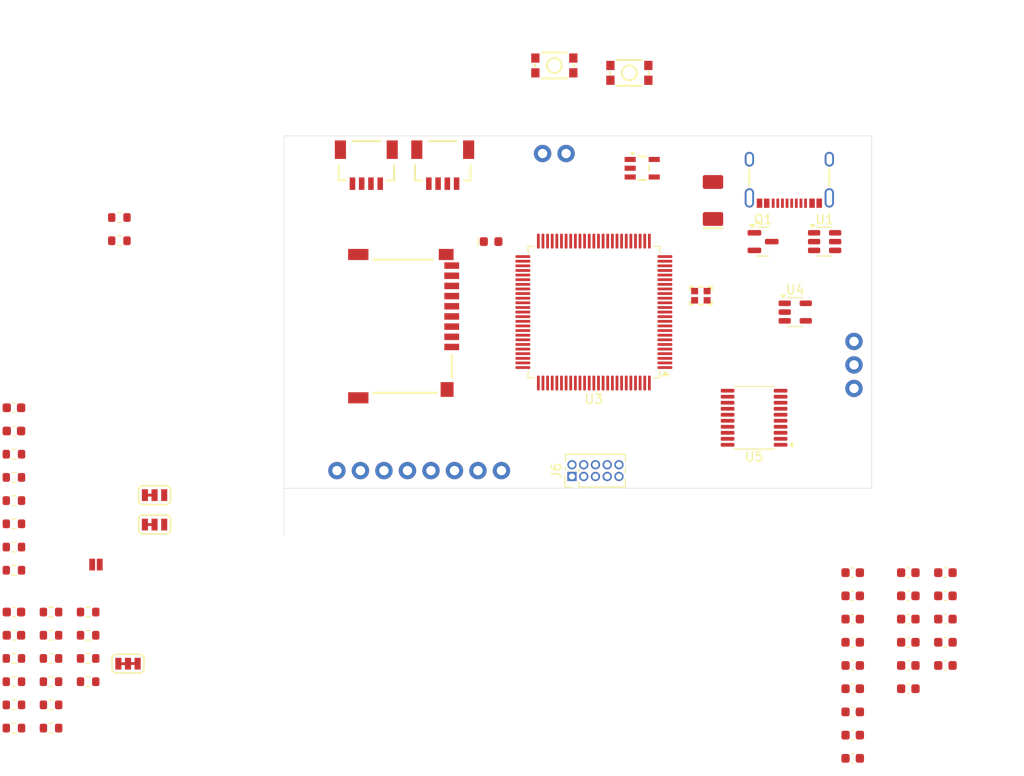
<source format=kicad_pcb>
(kicad_pcb (version 20221018) (generator pcbnew)
  (layers (0 "F.Cu" signal) (31 "B.Cu" signal) (34 "B.Paste" user) (35 "F.Paste" user) (36 "B.SilkS" user "B.Silkscreen") (37 "F.SilkS" user "F.Silkscreen") (38 "B.Mask" user) (39 "F.Mask" user) (44 "Edge.Cuts" user))
  (net 0 "")
  (net 1 "/Audio/SAI1_MCK")
  (net 2 "5V")
  (net 3 "/Audio/SAI1_LRCK")
  (net 4 "/Audio/SAI1_BCK")
  (net 5 "/Audio/SAI1_DO")
  (net 6 "3.3V")
  (net 7 "Net-(U3-PH0)")
  (net 8 "Net-(U3-PH1)")
  (net 9 "Net-(C12-Pad1)")
  (net 10 "Net-(C13-Pad1)")
  (net 11 "Net-(D1-A)")
  (net 12 "Net-(D2-K)")
  (net 13 "Net-(J1-Pin_2)")
  (net 14 "Net-(J2-CC1)")
  (net 16 "Net-(J2-CC2)")
  (net 21 "/CPU/I2C_SCK")
  (net 22 "/CPU/I2C_SDA")
  (net 25 "3.3V_A")
  (net 26 "Net-(U5-VNEG)")
  (net 27 "/CPU/D0")
  (net 28 "/CPU/D1")
  (net 29 "/CPU/D2")
  (net 30 "/CPU/D3")
  (net 31 "Net-(U5-CAPP)")
  (net 32 "Net-(U5-CAPM)")
  (net 33 "Net-(U5-LDOO)")
  (net 34 "Net-(JP1-A)")
  (net 35 "Net-(JP1-B)")
  (net 36 "Net-(JP2-A)")
  (net 37 "Net-(JP2-B)")
  (net 38 "Net-(JP3-A)")
  (net 39 "Net-(JP4-A)")
  (net 40 "Net-(JP4-B)")
  (net 41 "/CPU/SD_D2")
  (net 42 "/CPU/SD_D3")
  (net 43 "Net-(Q1-G)")
  (net 44 "/CPU/VBUS_ENA")
  (net 45 "Net-(U3-BOOT0)")
  (net 46 "/CPU/LED")
  (net 47 "/CPU/BTN_USR")
  (net 48 "/CPU/SD_CMD")
  (net 49 "/CPU/SD_CLK")
  (net 50 "/CPU/SD_D0")
  (net 53 "/CPU/SD_D1")
  (net 54 "/CPU/SD_CD")
  (net 93 "Net-(J3-Pin_2)")
  (net 101 "Net-(U5-OUTL)")
  (net 102 "Net-(U5-OUTR)")
  (net 103 "/Audio/DEMP")
  (net 104 "/Audio/FILTER")
  (net 105 "/Audio/MUTE")
  (net 106 "/CPU/SWDIO")
  (net 107 "/CPU/SWCLK")
  (net 108 "/CPU/SWO")
  (net 109 "/CPU/NRST")
  (net 110 "/Audio/LOUT")
  (net 111 "/Audio/ROUT")
  (net 112 "/CPU/USB_FS_DP")
  (net 113 "/CPU/USB_FS_DM")
  (net 120 "/CPU/TX")
  (net 121 "/CPU/RX")
  (net 122 "GND")
  (footprint "SparkFun-Capacitor:C_0603_1608Metric" (layer "F.Cu") (at 167.995 118.23)
    (fp_text reference "C24")
    (fp_text value "2200pF")
    (pad "1" smd roundrect (at -0.775 0) (size 0.9 0.95) (layers "F.Cu" "F.Paste" "F.Mask") (net 111 "/Audio/ROUT"))
    (pad "2" smd roundrect (at 0.775 0) (size 0.9 0.95) (layers "F.Cu" "F.Paste" "F.Mask") (net 122 "GND"))
  )
  (footprint "SparkFun-Hardware:Standoff" (layer "F.Cu") (at 114.3 118.11)
    (fp_text reference "ST1")
    (fp_text value "Standoff")
    (pad "" np_thru_hole circle (at 0 0) (size 3.302 3.302) (drill 3.302) (layers "F&B.Cu" "*.Mask"))
  )
  (footprint "SparkFun-Capacitor:C_0603_1608Metric" (layer "F.Cu") (at 163.985 115.72)
    (fp_text reference "C17")
    (fp_text value "0.1uF")
    (pad "1" smd roundrect (at -0.775 0) (size 0.9 0.95) (layers "F.Cu" "F.Paste" "F.Mask") (net 122 "GND"))
    (pad "2" smd roundrect (at 0.775 0) (size 0.9 0.95) (layers "F.Cu" "F.Paste" "F.Mask") (net 6 "3.3V"))
  )
  (footprint "SparkFun-Capacitor:C_0603_1608Metric" (layer "F.Cu") (at 167.995 113.21)
    (fp_text reference "C22")
    (fp_text value "0.1uF")
    (pad "1" smd roundrect (at -0.775 0) (size 0.9 0.95) (layers "F.Cu" "F.Paste" "F.Mask") (net 33 "Net-(U5-LDOO)"))
    (pad "2" smd roundrect (at 0.775 0) (size 0.9 0.95) (layers "F.Cu" "F.Paste" "F.Mask") (net 122 "GND"))
  )
  (footprint "Connector_PinHeader_1.27mm:PinHeader_2x05_P1.27mm_Vertical" (layer "F.Cu") (at 127.635 97.79 90)
    (fp_text reference "J6" (at 0.635 -1.695 90) (layer "F.SilkS"))
    (fp_text value "JTAG")
    (pad "1" thru_hole rect (at 0 0 90) (size 1 1) (drill 0.65) (layers "*.Cu" "*.Mask") (net 122 "GND"))
    (pad "2" thru_hole oval (at 1.27 0 90) (size 1 1) (drill 0.65) (layers "*.Cu" "*.Mask") (net 106 "/CPU/SWDIO"))
    (pad "3" thru_hole oval (at 0 1.27 90) (size 1 1) (drill 0.65) (layers "*.Cu" "*.Mask") (net 122 "GND"))
    (pad "4" thru_hole oval (at 1.27 1.27 90) (size 1 1) (drill 0.65) (layers "*.Cu" "*.Mask") (net 107 "/CPU/SWCLK"))
    (pad "5" thru_hole oval (at 0 2.54 90) (size 1 1) (drill 0.65) (layers "*.Cu" "*.Mask") (net 122 "GND"))
    (pad "6" thru_hole oval (at 1.27 2.54 90) (size 1 1) (drill 0.65) (layers "*.Cu" "*.Mask") (net 108 "/CPU/SWO"))
    (pad "7" thru_hole oval (at 0 3.81 90) (size 1 1) (drill 0.65) (layers "*.Cu" "*.Mask"))
    (pad "8" thru_hole oval (at 1.27 3.81 90) (size 1 1) (drill 0.65) (layers "*.Cu" "*.Mask"))
    (pad "9" thru_hole oval (at 0 5.08 90) (size 1 1) (drill 0.65) (layers "*.Cu" "*.Mask") (net 122 "GND"))
    (pad "10" thru_hole oval (at 1.27 5.08 90) (size 1 1) (drill 0.65) (layers "*.Cu" "*.Mask") (net 109 "/CPU/NRST"))
  )
  (footprint "SparkFun-Jumper:Jumper_3_NC-1_Trace" (layer "F.Cu") (at 82.5234 102.9916)
    (fp_text reference "JP2")
    (fp_text value "~")
    (fp_poly (pts (xy -0.7707 -0.15) (xy -0.2707 -0.15) (xy -0.2707 0.15) (xy -0.7707 0.15)) (fill solid) (layer "F.Cu"))
    (pad "1" smd rect (at -1.0414 0) (size 0.6604 1.27) (layers "F.Cu" "F.Mask") (net 36 "Net-(JP2-A)"))
    (pad "2" smd rect (at 0 0) (size 0.6604 1.27) (layers "F.Cu" "F.Mask") (net 16 "Net-(J2-CC2)"))
    (pad "3" smd rect (at 1.0414 0 180) (size 0.6604 1.27) (layers "F.Cu" "F.Mask") (net 37 "Net-(JP2-B)"))
  )
  (footprint "SparkFun-Switch:Push_SMD_4.6x2.8mm" (layer "F.Cu") (at 125.73 53.34)
    (fp_text reference "SW1")
    (fp_text value "SMD_4.6x2.8mm_h1.9mm")
    (pad "1" smd rect (at -2.05 -0.8) (size 0.9 1) (layers "F.Cu" "F.Paste" "F.Mask") (net 47 "/CPU/BTN_USR"))
    (pad "1" smd rect (at 2.05 -0.8) (size 0.9 1) (layers "F.Cu" "F.Paste" "F.Mask") (net 47 "/CPU/BTN_USR"))
    (pad "2" smd rect (at -2.05 0.8) (size 0.9 1) (layers "F.Cu" "F.Paste" "F.Mask") (net 122 "GND"))
    (pad "2" smd rect (at 2.05 0.8) (size 0.9 1) (layers "F.Cu" "F.Paste" "F.Mask") (net 122 "GND"))
  )
  (footprint "SparkFun-Capacitor:C_0603_1608Metric" (layer "F.Cu") (at 157.975 120.74)
    (fp_text reference "C8")
    (fp_text value "0.1uF")
    (pad "1" smd roundrect (at -0.775 0) (size 0.9 0.95) (layers "F.Cu" "F.Paste" "F.Mask") (net 6 "3.3V"))
    (pad "2" smd roundrect (at 0.775 0) (size 0.9 0.95) (layers "F.Cu" "F.Paste" "F.Mask") (net 122 "GND"))
  )
  (footprint "SparkFun-Capacitor:C_0603_1608Metric" (layer "F.Cu") (at 157.975 125.76)
    (fp_text reference "C10")
    (fp_text value "20pF")
    (pad "1" smd roundrect (at -0.775 0) (size 0.9 0.95) (layers "F.Cu" "F.Paste" "F.Mask") (net 122 "GND"))
    (pad "2" smd roundrect (at 0.775 0) (size 0.9 0.95) (layers "F.Cu" "F.Paste" "F.Mask") (net 7 "Net-(U3-PH0)"))
  )
  (footprint "SparkFun-Resistor:R_0603_1608Metric" (layer "F.Cu") (at 75.345 114.96)
    (fp_text reference "R18")
    (fp_text value "100k")
    (pad "1" smd roundrect (at -0.825 0) (size 0.8 0.95) (layers "F.Cu" "F.Paste" "F.Mask") (net 6 "3.3V"))
    (pad "2" smd roundrect (at 0.825 0) (size 0.8 0.95) (layers "F.Cu" "F.Paste" "F.Mask") (net 106 "/CPU/SWDIO"))
  )
  (footprint "SparkFun-Capacitor:C_0603_1608Metric" (layer "F.Cu") (at 163.985 108.19)
    (fp_text reference "C14")
    (fp_text value "0.1uF")
    (pad "1" smd roundrect (at -0.775 0) (size 0.9 0.95) (layers "F.Cu" "F.Paste" "F.Mask") (net 2 "5V"))
    (pad "2" smd roundrect (at 0.775 0) (size 0.9 0.95) (layers "F.Cu" "F.Paste" "F.Mask") (net 122 "GND"))
  )
  (footprint "SparkFun-Capacitor:C_0603_1608Metric" (layer "F.Cu") (at 67.325 114.96)
    (fp_text reference "C13")
    (fp_text value "2.2uF")
    (pad "1" smd roundrect (at -0.775 0) (size 0.9 0.95) (layers "F.Cu" "F.Paste" "F.Mask") (net 10 "Net-(C13-Pad1)"))
    (pad "2" smd roundrect (at 0.775 0) (size 0.9 0.95) (layers "F.Cu" "F.Paste" "F.Mask") (net 122 "GND"))
  )
  (footprint "SparkFun-Jumper:Jumper_3_NC-1_Trace" (layer "F.Cu") (at 82.5234 99.8072)
    (fp_text reference "JP1")
    (fp_text value "~")
    (fp_poly (pts (xy -0.7707 -0.15) (xy -0.2707 -0.15) (xy -0.2707 0.15) (xy -0.7707 0.15)) (fill solid) (layer "F.Cu"))
    (pad "1" smd rect (at -1.0414 0) (size 0.6604 1.27) (layers "F.Cu" "F.Mask") (net 34 "Net-(JP1-A)"))
    (pad "2" smd rect (at 0 0) (size 0.6604 1.27) (layers "F.Cu" "F.Mask") (net 14 "Net-(J2-CC1)"))
    (pad "3" smd rect (at 1.0414 0 180) (size 0.6604 1.27) (layers "F.Cu" "F.Mask") (net 35 "Net-(JP1-B)"))
  )
  (footprint "SparkFun-Connector:1x02" (layer "F.Cu") (at 124.46 62.865)
    (fp_text reference "J1")
    (fp_text value "Conn_01x02")
    (pad "1" thru_hole circle (at 0 0 90) (size 1.8796 1.8796) (drill 1.016) (layers "*.Cu" "*.Mask") (net 122 "GND"))
    (pad "2" thru_hole circle (at 2.54 0 90) (size 1.8796 1.8796) (drill 1.016) (layers "*.Cu" "*.Mask") (net 13 "Net-(J1-Pin_2)"))
  )
  (footprint "SparkFun-Resistor:R_0603_1608Metric" (layer "F.Cu") (at 67.325 119.98)
    (fp_text reference "R9")
    (fp_text value "10k")
    (pad "1" smd roundrect (at -0.825 0) (size 0.8 0.95) (layers "F.Cu" "F.Paste" "F.Mask") (net 6 "3.3V"))
    (pad "2" smd roundrect (at 0.825 0) (size 0.8 0.95) (layers "F.Cu" "F.Paste" "F.Mask") (net 48 "/CPU/SD_CMD"))
  )
  (footprint "SparkFun-Connector:1x08" (layer "F.Cu") (at 102.235 97.155)
    (fp_text reference "J7")
    (fp_text value "Conn_01x08")
    (pad "1" thru_hole circle (at 0 0 90) (size 1.8796 1.8796) (drill 1.016) (layers "*.Cu" "*.Mask") (net 27 "/CPU/D0"))
    (pad "2" thru_hole circle (at 2.54 0 90) (size 1.8796 1.8796) (drill 1.016) (layers "*.Cu" "*.Mask") (net 28 "/CPU/D1"))
    (pad "3" thru_hole circle (at 5.08 0 90) (size 1.8796 1.8796) (drill 1.016) (layers "*.Cu" "*.Mask") (net 29 "/CPU/D2"))
    (pad "4" thru_hole circle (at 7.62 0 90) (size 1.8796 1.8796) (drill 1.016) (layers "*.Cu" "*.Mask") (net 30 "/CPU/D3"))
    (pad "5" thru_hole circle (at 10.16 0 90) (size 1.8796 1.8796) (drill 1.016) (layers "*.Cu" "*.Mask") (net 122 "GND"))
    (pad "6" thru_hole circle (at 12.7 0 90) (size 1.8796 1.8796) (drill 1.016) (layers "*.Cu" "*.Mask") (net 121 "/CPU/RX"))
    (pad "7" thru_hole circle (at 15.24 0 90) (size 1.8796 1.8796) (drill 1.016) (layers "*.Cu" "*.Mask") (net 120 "/CPU/TX"))
    (pad "8" thru_hole circle (at 17.78 0 90) (size 1.8796 1.8796) (drill 1.016) (layers "*.Cu" "*.Mask") (net 122 "GND"))
  )
  (footprint "SparkFun-Resistor:R_0603_1608Metric" (layer "F.Cu") (at 75.345 117.47)
    (fp_text reference "R19")
    (fp_text value "10k")
    (pad "1" smd roundrect (at -0.825 0) (size 0.8 0.95) (layers "F.Cu" "F.Paste" "F.Mask") (net 6 "3.3V"))
    (pad "2" smd roundrect (at 0.825 0) (size 0.8 0.95) (layers "F.Cu" "F.Paste" "F.Mask") (net 121 "/CPU/RX"))
  )
  (footprint "SparkFun-Resistor:R_0603_1608Metric" (layer "F.Cu") (at 67.325 125)
    (fp_text reference "R12")
    (fp_text value "100k")
    (pad "1" smd roundrect (at -0.825 0) (size 0.8 0.95) (layers "F.Cu" "F.Paste" "F.Mask") (net 6 "3.3V"))
    (pad "2" smd roundrect (at 0.825 0) (size 0.8 0.95) (layers "F.Cu" "F.Paste" "F.Mask") (net 53 "/CPU/SD_D1"))
  )
  (footprint "SparkFun-Connector:microSD_External_Pin" (layer "F.Cu") (at 104.14 81.534 -90)
    (fp_text reference "J5")
    (fp_text value "microSD")
    (pad "" np_thru_hole circle (at -4.95 0 270) (size 1 1) (drill 1) (layers "*.Cu" "*.Mask"))
    (pad "" np_thru_hole circle (at 3.05 0 270) (size 1 1) (drill 1) (layers "*.Cu" "*.Mask"))
    (pad "1" smd rect (at 2.25 -10.5) (size 1.6 0.7) (layers "F.Cu" "F.Paste" "F.Mask") (net 41 "/CPU/SD_D2"))
    (pad "2" smd rect (at 1.15 -10.5) (size 1.6 0.7) (layers "F.Cu" "F.Paste" "F.Mask") (net 42 "/CPU/SD_D3"))
    (pad "3" smd rect (at 0.05 -10.5) (size 1.6 0.7) (layers "F.Cu" "F.Paste" "F.Mask") (net 48 "/CPU/SD_CMD"))
    (pad "4" smd rect (at -1.05 -10.5) (size 1.6 0.7) (layers "F.Cu" "F.Paste" "F.Mask") (net 6 "3.3V"))
    (pad "5" smd rect (at -2.15 -10.5) (size 1.6 0.7) (layers "F.Cu" "F.Paste" "F.Mask") (net 49 "/CPU/SD_CLK"))
    (pad "6" smd rect (at -3.25 -10.5) (size 1.6 0.7) (layers "F.Cu" "F.Paste" "F.Mask") (net 122 "GND"))
    (pad "7" smd rect (at -4.35 -10.5) (size 1.6 0.7) (layers "F.Cu" "F.Paste" "F.Mask") (net 50 "/CPU/SD_D0"))
    (pad "8" smd rect (at -5.45 -10.5) (size 1.6 0.7) (layers "F.Cu" "F.Paste" "F.Mask") (net 53 "/CPU/SD_D1"))
    (pad "9" smd rect (at -6.55 -10.5) (size 1.6 0.7) (layers "F.Cu" "F.Paste" "F.Mask") (net 54 "/CPU/SD_CD"))
    (pad "10" smd rect (at -7.75 -9.9 270) (size 1.2 1.6) (layers "F.Cu" "F.Paste" "F.Mask") (net 122 "GND"))
    (pad "11" smd rect (at -7.75 -0.4 270) (size 1.2 2.2) (layers "F.Cu" "F.Paste" "F.Mask"))
    (pad "12" smd rect (at 7.75 -0.4 270) (size 1.2 2.2) (layers "F.Cu" "F.Paste" "F.Mask"))
    (pad "13" smd rect (at 6.85 -10 270) (size 1.6 1.4) (layers "F.Cu" "F.Paste" "F.Mask"))
  )
  (footprint "SparkFun-Resistor:R_0603_1608Metric" (layer "F.Cu") (at 71.335 125)
    (fp_text reference "R16")
    (fp_text value "100k")
    (pad "1" smd roundrect (at -0.825 0) (size 0.8 0.95) (layers "F.Cu" "F.Paste" "F.Mask") (net 6 "3.3V"))
    (pad "2" smd roundrect (at 0.825 0) (size 0.8 0.95) (layers "F.Cu" "F.Paste" "F.Mask") (net 109 "/CPU/NRST"))
  )
  (footprint "SparkFun-Resistor:R_0603_1608Metric" (layer "F.Cu") (at 67.325 107.93)
    (fp_text reference "R6")
    (fp_text value "1M")
    (pad "1" smd roundrect (at -0.825 0) (size 0.8 0.95) (layers "F.Cu" "F.Paste" "F.Mask") (net 43 "Net-(Q1-G)"))
    (pad "2" smd roundrect (at 0.825 0) (size 0.8 0.95) (layers "F.Cu" "F.Paste" "F.Mask") (net 122 "GND"))
  )
  (footprint "SparkFun-Connector:1x03" (layer "F.Cu") (at 158.115 88.265 90)
    (fp_text reference "J8")
    (fp_text value "Conn_01x03")
    (pad "1" thru_hole circle (at 0 0 180) (size 1.8796 1.8796) (drill 1.016) (layers "*.Cu" "*.Mask") (net 110 "/Audio/LOUT"))
    (pad "2" thru_hole circle (at 2.54 0 180) (size 1.8796 1.8796) (drill 1.016) (layers "*.Cu" "*.Mask") (net 122 "GND"))
    (pad "3" thru_hole circle (at 5.08 0 180) (size 1.8796 1.8796) (drill 1.016) (layers "*.Cu" "*.Mask") (net 111 "/Audio/ROUT"))
  )
  (footprint "SparkFun-Resistor:R_0603_1608Metric" (layer "F.Cu") (at 71.335 114.96)
    (fp_text reference "R13")
    (fp_text value "100k")
    (pad "1" smd roundrect (at -0.825 0) (size 0.8 0.95) (layers "F.Cu" "F.Paste" "F.Mask") (net 6 "3.3V"))
    (pad "2" smd roundrect (at 0.825 0) (size 0.8 0.95) (layers "F.Cu" "F.Paste" "F.Mask") (net 41 "/CPU/SD_D2"))
  )
  (footprint "SparkFun-LED:LED_0603_1608Metric" (layer "F.Cu") (at 118.8975 72.39)
    (fp_text reference "D2")
    (fp_text value "Blue")
    (pad "1" smd roundrect (at -0.7875 0) (size 0.875 0.95) (layers "F.Cu" "F.Paste" "F.Mask") (net 12 "Net-(D2-K)"))
    (pad "2" smd roundrect (at 0.7875 0) (size 0.875 0.95) (layers "F.Cu" "F.Paste" "F.Mask") (net 6 "3.3V"))
  )
  (footprint "SparkFun-Resistor:R_0603_1608Metric" (layer "F.Cu") (at 67.325 117.47)
    (fp_text reference "R7")
    (fp_text value "10k")
    (pad "1" smd roundrect (at -0.825 0) (size 0.8 0.95) (layers "F.Cu" "F.Paste" "F.Mask") (net 45 "Net-(U3-BOOT0)"))
    (pad "2" smd roundrect (at 0.825 0) (size 0.8 0.95) (layers "F.Cu" "F.Paste" "F.Mask") (net 122 "GND"))
  )
  (footprint "SparkFun-Capacitor:C_0603_1608Metric" (layer "F.Cu") (at 163.985 113.21)
    (fp_text reference "C16")
    (fp_text value "0.1uF")
    (pad "1" smd roundrect (at -0.775 0) (size 0.9 0.95) (layers "F.Cu" "F.Paste" "F.Mask") (net 122 "GND"))
    (pad "2" smd roundrect (at 0.775 0) (size 0.9 0.95) (layers "F.Cu" "F.Paste" "F.Mask") (net 6 "3.3V"))
  )
  (footprint "SparkFun-Capacitor:C_0603_1608Metric" (layer "F.Cu") (at 157.975 108.19)
    (fp_text reference "C3")
    (fp_text value "4.7uF")
    (pad "1" smd roundrect (at -0.775 0) (size 0.9 0.95) (layers "F.Cu" "F.Paste" "F.Mask") (net 6 "3.3V"))
    (pad "2" smd roundrect (at 0.775 0) (size 0.9 0.95) (layers "F.Cu" "F.Paste" "F.Mask") (net 122 "GND"))
  )
  (footprint "Package_SO:TSSOP-20_4.4x6.5mm_P0.65mm" (layer "F.Cu") (at 147.32 91.44 180)
    (fp_text reference "U5" (at 0 -4.2) (layer "F.SilkS"))
    (fp_text value "PCM5100")
    (pad "1" smd roundrect (at -2.8625 -2.925 180) (size 1.475 0.4) (layers "F.Cu" "F.Paste" "F.Mask") (net 6 "3.3V"))
    (pad "2" smd roundrect (at -2.8625 -2.275 180) (size 1.475 0.4) (layers "F.Cu" "F.Paste" "F.Mask") (net 31 "Net-(U5-CAPP)"))
    (pad "3" smd roundrect (at -2.8625 -1.625 180) (size 1.475 0.4) (layers "F.Cu" "F.Paste" "F.Mask") (net 122 "GND"))
    (pad "4" smd roundrect (at -2.8625 -0.975 180) (size 1.475 0.4) (layers "F.Cu" "F.Paste" "F.Mask") (net 32 "Net-(U5-CAPM)"))
    (pad "5" smd roundrect (at -2.8625 -0.325 180) (size 1.475 0.4) (layers "F.Cu" "F.Paste" "F.Mask") (net 26 "Net-(U5-VNEG)"))
    (pad "6" smd roundrect (at -2.8625 0.325 180) (size 1.475 0.4) (layers "F.Cu" "F.Paste" "F.Mask") (net 101 "Net-(U5-OUTL)"))
    (pad "7" smd roundrect (at -2.8625 0.975 180) (size 1.475 0.4) (layers "F.Cu" "F.Paste" "F.Mask") (net 102 "Net-(U5-OUTR)"))
    (pad "8" smd roundrect (at -2.8625 1.625 180) (size 1.475 0.4) (layers "F.Cu" "F.Paste" "F.Mask") (net 25 "3.3V_A"))
    (pad "9" smd roundrect (at -2.8625 2.275 180) (size 1.475 0.4) (layers "F.Cu" "F.Paste" "F.Mask") (net 122 "GND"))
    (pad "10" smd roundrect (at -2.8625 2.925 180) (size 1.475 0.4) (layers "F.Cu" "F.Paste" "F.Mask") (net 103 "/Audio/DEMP"))
    (pad "11" smd roundrect (at 2.8625 2.925 180) (size 1.475 0.4) (layers "F.Cu" "F.Paste" "F.Mask") (net 104 "/Audio/FILTER"))
    (pad "12" smd roundrect (at 2.8625 2.275 180) (size 1.475 0.4) (layers "F.Cu" "F.Paste" "F.Mask") (net 1 "/Audio/SAI1_MCK"))
    (pad "13" smd roundrect (at 2.8625 1.625 180) (size 1.475 0.4) (layers "F.Cu" "F.Paste" "F.Mask") (net 4 "/Audio/SAI1_BCK"))
    (pad "14" smd roundrect (at 2.8625 0.975 180) (size 1.475 0.4) (layers "F.Cu" "F.Paste" "F.Mask") (net 5 "/Audio/SAI1_DO"))
    (pad "15" smd roundrect (at 2.8625 0.325 180) (size 1.475 0.4) (layers "F.Cu" "F.Paste" "F.Mask") (net 3 "/Audio/SAI1_LRCK"))
    (pad "16" smd roundrect (at 2.8625 -0.325 180) (size 1.475 0.4) (layers "F.Cu" "F.Paste" "F.Mask") (net 122 "GND"))
    (pad "17" smd roundrect (at 2.8625 -0.975 180) (size 1.475 0.4) (layers "F.Cu" "F.Paste" "F.Mask") (net 105 "/Audio/MUTE"))
    (pad "18" smd roundrect (at 2.8625 -1.625 180) (size 1.475 0.4) (layers "F.Cu" "F.Paste" "F.Mask") (net 33 "Net-(U5-LDOO)"))
    (pad "19" smd roundrect (at 2.8625 -2.275 180) (size 1.475 0.4) (layers "F.Cu" "F.Paste" "F.Mask") (net 122 "GND"))
    (pad "20" smd roundrect (at 2.8625 -2.925 180) (size 1.475 0.4) (layers "F.Cu" "F.Paste" "F.Mask") (net 6 "3.3V"))
  )
  (footprint "SparkFun-Resistor:R_0603_1608Metric" (layer "F.Cu") (at 78.72 69.786)
    (fp_text reference "R21")
    (fp_text value "10k")
    (pad "1" smd roundrect (at -0.825 0) (size 0.8 0.95) (layers "F.Cu" "F.Paste" "F.Mask") (net 101 "Net-(U5-OUTL)"))
    (pad "2" smd roundrect (at 0.825 0) (size 0.8 0.95) (layers "F.Cu" "F.Paste" "F.Mask") (net 110 "/Audio/LOUT"))
  )
  (footprint "SparkFun-Capacitor:C_0603_1608Metric" (layer "F.Cu") (at 157.975 118.23)
    (fp_text reference "C7")
    (fp_text value "0.1uF")
    (pad "1" smd roundrect (at -0.775 0) (size 0.9 0.95) (layers "F.Cu" "F.Paste" "F.Mask") (net 6 "3.3V"))
    (pad "2" smd roundrect (at 0.775 0) (size 0.9 0.95) (layers "F.Cu" "F.Paste" "F.Mask") (net 122 "GND"))
  )
  (footprint "SparkFun-Resistor:R_0603_1608Metric" (layer "F.Cu") (at 67.325 122.49)
    (fp_text reference "R10")
    (fp_text value "100k")
    (pad "1" smd roundrect (at -0.825 0) (size 0.8 0.95) (layers "F.Cu" "F.Paste" "F.Mask") (net 6 "3.3V"))
    (pad "2" smd roundrect (at 0.825 0) (size 0.8 0.95) (layers "F.Cu" "F.Paste" "F.Mask") (net 50 "/CPU/SD_D0"))
  )
  (footprint "SparkFun-Capacitor:C_0603_1608Metric" (layer "F.Cu") (at 157.975 123.25)
    (fp_text reference "C9")
    (fp_text value "0.1uF")
    (pad "1" smd roundrect (at -0.775 0) (size 0.9 0.95) (layers "F.Cu" "F.Paste" "F.Mask") (net 6 "3.3V"))
    (pad "2" smd roundrect (at 0.775 0) (size 0.9 0.95) (layers "F.Cu" "F.Paste" "F.Mask") (net 122 "GND"))
  )
  (footprint "Package_QFP:LQFP-100_14x14mm_P0.5mm" (layer "F.Cu") (at 130 80.01 180)
    (fp_text reference "U3" (at 0 -9.42) (layer "F.SilkS"))
    (fp_text value "STM32H750VBTx")
    (pad "1" smd roundrect (at -7.675 -6 180) (size 1.6 0.3) (layers "F.Cu" "F.Paste" "F.Mask") (net 1 "/Audio/SAI1_MCK"))
    (pad "2" smd roundrect (at -7.675 -5.5 180) (size 1.6 0.3) (layers "F.Cu" "F.Paste" "F.Mask"))
    (pad "3" smd roundrect (at -7.675 -5 180) (size 1.6 0.3) (layers "F.Cu" "F.Paste" "F.Mask") (net 3 "/Audio/SAI1_LRCK"))
    (pad "4" smd roundrect (at -7.675 -4.5 180) (size 1.6 0.3) (layers "F.Cu" "F.Paste" "F.Mask") (net 4 "/Audio/SAI1_BCK"))
    (pad "5" smd roundrect (at -7.675 -4 180) (size 1.6 0.3) (layers "F.Cu" "F.Paste" "F.Mask") (net 5 "/Audio/SAI1_DO"))
    (pad "6" smd roundrect (at -7.675 -3.5 180) (size 1.6 0.3) (layers "F.Cu" "F.Paste" "F.Mask") (net 6 "3.3V"))
    (pad "7" smd roundrect (at -7.675 -3 180) (size 1.6 0.3) (layers "F.Cu" "F.Paste" "F.Mask"))
    (pad "8" smd roundrect (at -7.675 -2.5 180) (size 1.6 0.3) (layers "F.Cu" "F.Paste" "F.Mask"))
    (pad "9" smd roundrect (at -7.675 -2 180) (size 1.6 0.3) (layers "F.Cu" "F.Paste" "F.Mask"))
    (pad "10" smd roundrect (at -7.675 -1.5 180) (size 1.6 0.3) (layers "F.Cu" "F.Paste" "F.Mask") (net 122 "GND"))
    (pad "11" smd roundrect (at -7.675 -1 180) (size 1.6 0.3) (layers "F.Cu" "F.Paste" "F.Mask") (net 6 "3.3V"))
    (pad "12" smd roundrect (at -7.675 -0.5 180) (size 1.6 0.3) (layers "F.Cu" "F.Paste" "F.Mask") (net 7 "Net-(U3-PH0)"))
    (pad "13" smd roundrect (at -7.675 0 180) (size 1.6 0.3) (layers "F.Cu" "F.Paste" "F.Mask") (net 8 "Net-(U3-PH1)"))
    (pad "14" smd roundrect (at -7.675 0.5 180) (size 1.6 0.3) (layers "F.Cu" "F.Paste" "F.Mask") (net 109 "/CPU/NRST"))
    (pad "15" smd roundrect (at -7.675 1 180) (size 1.6 0.3) (layers "F.Cu" "F.Paste" "F.Mask"))
    (pad "16" smd roundrect (at -7.675 1.5 180) (size 1.6 0.3) (layers "F.Cu" "F.Paste" "F.Mask"))
    (pad "17" smd roundrect (at -7.675 2 180) (size 1.6 0.3) (layers "F.Cu" "F.Paste" "F.Mask"))
    (pad "18" smd roundrect (at -7.675 2.5 180) (size 1.6 0.3) (layers "F.Cu" "F.Paste" "F.Mask"))
    (pad "19" smd roundrect (at -7.675 3 180) (size 1.6 0.3) (layers "F.Cu" "F.Paste" "F.Mask") (net 122 "GND"))
    (pad "20" smd roundrect (at -7.675 3.5 180) (size 1.6 0.3) (layers "F.Cu" "F.Paste" "F.Mask"))
    (pad "21" smd roundrect (at -7.675 4 180) (size 1.6 0.3) (layers "F.Cu" "F.Paste" "F.Mask") (net 6 "3.3V"))
    (pad "22" smd roundrect (at -7.675 4.5 180) (size 1.6 0.3) (layers "F.Cu" "F.Paste" "F.Mask") (net 104 "/Audio/FILTER"))
    (pad "23" smd roundrect (at -7.675 5 180) (size 1.6 0.3) (layers "F.Cu" "F.Paste" "F.Mask") (net 103 "/Audio/DEMP"))
    (pad "24" smd roundrect (at -7.675 5.5 180) (size 1.6 0.3) (layers "F.Cu" "F.Paste" "F.Mask") (net 105 "/Audio/MUTE"))
    (pad "25" smd roundrect (at -7.675 6 180) (size 1.6 0.3) (layers "F.Cu" "F.Paste" "F.Mask"))
    (pad "26" smd roundrect (at -6 7.675 180) (size 0.3 1.6) (layers "F.Cu" "F.Paste" "F.Mask") (net 122 "GND"))
    (pad "27" smd roundrect (at -5.5 7.675 180) (size 0.3 1.6) (layers "F.Cu" "F.Paste" "F.Mask") (net 6 "3.3V"))
    (pad "28" smd roundrect (at -5 7.675 180) (size 0.3 1.6) (layers "F.Cu" "F.Paste" "F.Mask") (net 27 "/CPU/D0"))
    (pad "29" smd roundrect (at -4.5 7.675 180) (size 0.3 1.6) (layers "F.Cu" "F.Paste" "F.Mask") (net 28 "/CPU/D1"))
    (pad "30" smd roundrect (at -4 7.675 180) (size 0.3 1.6) (layers "F.Cu" "F.Paste" "F.Mask") (net 29 "/CPU/D2"))
    (pad "31" smd roundrect (at -3.5 7.675 180) (size 0.3 1.6) (layers "F.Cu" "F.Paste" "F.Mask") (net 30 "/CPU/D3"))
    (pad "32" smd roundrect (at -3 7.675 180) (size 0.3 1.6) (layers "F.Cu" "F.Paste" "F.Mask"))
    (pad "33" smd roundrect (at -2.5 7.675 180) (size 0.3 1.6) (layers "F.Cu" "F.Paste" "F.Mask"))
    (pad "34" smd roundrect (at -2 7.675 180) (size 0.3 1.6) (layers "F.Cu" "F.Paste" "F.Mask"))
    (pad "35" smd roundrect (at -1.5 7.675 180) (size 0.3 1.6) (layers "F.Cu" "F.Paste" "F.Mask"))
    (pad "36" smd roundrect (at -1 7.675 180) (size 0.3 1.6) (layers "F.Cu" "F.Paste" "F.Mask"))
    (pad "37" smd roundrect (at -0.5 7.675 180) (size 0.3 1.6) (layers "F.Cu" "F.Paste" "F.Mask"))
    (pad "38" smd roundrect (at 0 7.675 180) (size 0.3 1.6) (layers "F.Cu" "F.Paste" "F.Mask"))
    (pad "39" smd roundrect (at 0.5 7.675 180) (size 0.3 1.6) (layers "F.Cu" "F.Paste" "F.Mask"))
    (pad "40" smd roundrect (at 1 7.675 180) (size 0.3 1.6) (layers "F.Cu" "F.Paste" "F.Mask") (net 46 "/CPU/LED"))
    (pad "41" smd roundrect (at 1.5 7.675 180) (size 0.3 1.6) (layers "F.Cu" "F.Paste" "F.Mask") (net 47 "/CPU/BTN_USR"))
    (pad "42" smd roundrect (at 2 7.675 180) (size 0.3 1.6) (layers "F.Cu" "F.Paste" "F.Mask"))
    (pad "43" smd roundrect (at 2.5 7.675 180) (size 0.3 1.6) (layers "F.Cu" "F.Paste" "F.Mask"))
    (pad "44" smd roundrect (at 3 7.675 180) (size 0.3 1.6) (layers "F.Cu" "F.Paste" "F.Mask"))
    (pad "45" smd roundrect (at 3.5 7.675 180) (size 0.3 1.6) (layers "F.Cu" "F.Paste" "F.Mask"))
    (pad "46" smd roundrect (at 4 7.675 180) (size 0.3 1.6) (layers "F.Cu" "F.Paste" "F.Mask"))
    (pad "47" smd roundrect (at 4.5 7.675 180) (size 0.3 1.6) (layers "F.Cu" "F.Paste" "F.Mask"))
    (pad "48" smd roundrect (at 5 7.675 180) (size 0.3 1.6) (layers "F.Cu" "F.Paste" "F.Mask") (net 9 "Net-(C12-Pad1)"))
    (pad "49" smd roundrect (at 5.5 7.675 180) (size 0.3 1.6) (layers "F.Cu" "F.Paste" "F.Mask") (net 122 "GND"))
    (pad "50" smd roundrect (at 6 7.675 180) (size 0.3 1.6) (layers "F.Cu" "F.Paste" "F.Mask") (net 6 "3.3V"))
    (pad "51" smd roundrect (at 7.675 6 180) (size 1.6 0.3) (layers "F.Cu" "F.Paste" "F.Mask"))
    (pad "52" smd roundrect (at 7.675 5.5 180) (size 1.6 0.3) (layers "F.Cu" "F.Paste" "F.Mask"))
    (pad "53" smd roundrect (at 7.675 5 180) (size 1.6 0.3) (layers "F.Cu" "F.Paste" "F.Mask"))
    (pad "54" smd roundrect (at 7.675 4.5 180) (size 1.6 0.3) (layers "F.Cu" "F.Paste" "F.Mask"))
    (pad "55" smd roundrect (at 7.675 4 180) (size 1.6 0.3) (layers "F.Cu" "F.Paste" "F.Mask"))
    (pad "56" smd roundrect (at 7.675 3.5 180) (size 1.6 0.3) (layers "F.Cu" "F.Paste" "F.Mask"))
    (pad "57" smd roundrect (at 7.675 3 180) (size 1.6 0.3) (layers "F.Cu" "F.Paste" "F.Mask"))
    (pad "58" smd roundrect (at 7.675 2.5 180) (size 1.6 0.3) (layers "F.Cu" "F.Paste" "F.Mask"))
    (pad "59" smd roundrect (at 7.675 2 180) (size 1.6 0.3) (layers "F.Cu" "F.Paste" "F.Mask"))
    (pad "60" smd roundrect (at 7.675 1.5 180) (size 1.6 0.3) (layers "F.Cu" "F.Paste" "F.Mask"))
    (pad "61" smd roundrect (at 7.675 1 180) (size 1.6 0.3) (layers "F.Cu" "F.Paste" "F.Mask"))
    (pad "62" smd roundrect (at 7.675 0.5 180) (size 1.6 0.3) (layers "F.Cu" "F.Paste" "F.Mask"))
    (pad "63" smd roundrect (at 7.675 0 180) (size 1.6 0.3) (layers "F.Cu" "F.Paste" "F.Mask"))
    (pad "64" smd roundrect (at 7.675 -0.5 180) (size 1.6 0.3) (layers "F.Cu" "F.Paste" "F.Mask"))
    (pad "65" smd roundrect (at 7.675 -1 180) (size 1.6 0.3) (layers "F.Cu" "F.Paste" "F.Mask") (net 50 "/CPU/SD_D0"))
    (pad "66" smd roundrect (at 7.675 -1.5 180) (size 1.6 0.3) (layers "F.Cu" "F.Paste" "F.Mask") (net 53 "/CPU/SD_D1"))
    (pad "67" smd roundrect (at 7.675 -2 180) (size 1.6 0.3) (layers "F.Cu" "F.Paste" "F.Mask") (net 44 "/CPU/VBUS_ENA"))
    (pad "68" smd roundrect (at 7.675 -2.5 180) (size 1.6 0.3) (layers "F.Cu" "F.Paste" "F.Mask") (net 120 "/CPU/TX"))
    (pad "69" smd roundrect (at 7.675 -3 180) (size 1.6 0.3) (layers "F.Cu" "F.Paste" "F.Mask") (net 121 "/CPU/RX"))
    (pad "70" smd roundrect (at 7.675 -3.5 180) (size 1.6 0.3) (layers "F.Cu" "F.Paste" "F.Mask") (net 113 "/CPU/USB_FS_DM"))
    (pad "71" smd roundrect (at 7.675 -4 180) (size 1.6 0.3) (layers "F.Cu" "F.Paste" "F.Mask") (net 112 "/CPU/USB_FS_DP"))
    (pad "72" smd roundrect (at 7.675 -4.5 180) (size 1.6 0.3) (layers "F.Cu" "F.Paste" "F.Mask") (net 106 "/CPU/SWDIO"))
    (pad "73" smd roundrect (at 7.675 -5 180) (size 1.6 0.3) (layers "F.Cu" "F.Paste" "F.Mask") (net 10 "Net-(C13-Pad1)"))
    (pad "74" smd roundrect (at 7.675 -5.5 180) (size 1.6 0.3) (layers "F.Cu" "F.Paste" "F.Mask") (net 122 "GND"))
    (pad "75" smd roundrect (at 7.675 -6 180) (size 1.6 0.3) (layers "F.Cu" "F.Paste" "F.Mask") (net 6 "3.3V"))
    (pad "76" smd roundrect (at 6 -7.675 180) (size 0.3 1.6) (layers "F.Cu" "F.Paste" "F.Mask") (net 107 "/CPU/SWCLK"))
    (pad "77" smd roundrect (at 5.5 -7.675 180) (size 0.3 1.6) (layers "F.Cu" "F.Paste" "F.Mask"))
    (pad "78" smd roundrect (at 5 -7.675 180) (size 0.3 1.6) (layers "F.Cu" "F.Paste" "F.Mask") (net 41 "/CPU/SD_D2"))
    (pad "79" smd roundrect (at 4.5 -7.675 180) (size 0.3 1.6) (layers "F.Cu" "F.Paste" "F.Mask") (net 42 "/CPU/SD_D3"))
    (pad "80" smd roundrect (at 4 -7.675 180) (size 0.3 1.6) (layers "F.Cu" "F.Paste" "F.Mask") (net 49 "/CPU/SD_CLK"))
    (pad "81" smd roundrect (at 3.5 -7.675 180) (size 0.3 1.6) (layers "F.Cu" "F.Paste" "F.Mask"))
    (pad "82" smd roundrect (at 3 -7.675 180) (size 0.3 1.6) (layers "F.Cu" "F.Paste" "F.Mask"))
    (pad "83" smd roundrect (at 2.5 -7.675 180) (size 0.3 1.6) (layers "F.Cu" "F.Paste" "F.Mask") (net 48 "/CPU/SD_CMD"))
    (pad "84" smd roundrect (at 2 -7.675 180) (size 0.3 1.6) (layers "F.Cu" "F.Paste" "F.Mask") (net 54 "/CPU/SD_CD"))
    (pad "85" smd roundrect (at 1.5 -7.675 180) (size 0.3 1.6) (layers "F.Cu" "F.Paste" "F.Mask"))
    (pad "86" smd roundrect (at 1 -7.675 180) (size 0.3 1.6) (layers "F.Cu" "F.Paste" "F.Mask"))
    (pad "87" smd roundrect (at 0.5 -7.675 180) (size 0.3 1.6) (layers "F.Cu" "F.Paste" "F.Mask"))
    (pad "88" smd roundrect (at 0 -7.675 180) (size 0.3 1.6) (layers "F.Cu" "F.Paste" "F.Mask"))
    (pad "89" smd roundrect (at -0.5 -7.675 180) (size 0.3 1.6) (layers "F.Cu" "F.Paste" "F.Mask") (net 108 "/CPU/SWO"))
    (pad "90" smd roundrect (at -1 -7.675 180) (size 0.3 1.6) (layers "F.Cu" "F.Paste" "F.Mask"))
    (pad "91" smd roundrect (at -1.5 -7.675 180) (size 0.3 1.6) (layers "F.Cu" "F.Paste" "F.Mask"))
    (pad "92" smd roundrect (at -2 -7.675 180) (size 0.3 1.6) (layers "F.Cu" "F.Paste" "F.Mask"))
    (pad "93" smd roundrect (at -2.5 -7.675 180) (size 0.3 1.6) (layers "F.Cu" "F.Paste" "F.Mask"))
    (pad "94" smd roundrect (at -3 -7.675 180) (size 0.3 1.6) (layers "F.Cu" "F.Paste" "F.Mask") (net 45 "Net-(U3-BOOT0)"))
    (pad "95" smd roundrect (at -3.5 -7.675 180) (size 0.3 1.6) (layers "F.Cu" "F.Paste" "F.Mask"))
    (pad "96" smd roundrect (at -4 -7.675 180) (size 0.3 1.6) (layers "F.Cu" "F.Paste" "F.Mask"))
    (pad "97" smd roundrect (at -4.5 -7.675 180) (size 0.3 1.6) (layers "F.Cu" "F.Paste" "F.Mask"))
    (pad "98" smd roundrect (at -5 -7.675 180) (size 0.3 1.6) (layers "F.Cu" "F.Paste" "F.Mask"))
    (pad "99" smd roundrect (at -5.5 -7.675 180) (size 0.3 1.6) (layers "F.Cu" "F.Paste" "F.Mask") (net 122 "GND"))
    (pad "100" smd roundrect (at -6 -7.675 180) (size 0.3 1.6) (layers "F.Cu" "F.Paste" "F.Mask") (net 6 "3.3V"))
  )
  (footprint "Package_TO_SOT_SMD:SOT-23" (layer "F.Cu") (at 148.2875 72.39)
    (fp_text reference "Q1" (at 0 -2.4) (layer "F.SilkS"))
    (fp_text value "DMG2307L")
    (pad "1" smd roundrect (at -0.9375 -0.95) (size 1.475 0.6) (layers "F.Cu" "F.Paste" "F.Mask") (net 43 "Net-(Q1-G)"))
    (pad "2" smd roundrect (at -0.9375 0.95) (size 1.475 0.6) (layers "F.Cu" "F.Paste" "F.Mask") (net 2 "5V"))
    (pad "3" smd roundrect (at 0.9375 0) (size 1.475 0.6) (layers "F.Cu" "F.Paste" "F.Mask") (net 13 "Net-(J1-Pin_2)"))
  )
  (footprint "SparkFun-Jumper:Jumper_3_NC-2_Trace" (layer "F.Cu") (at 79.6534 118.0372)
    (fp_text reference "JP4")
    (fp_text value "~")
    (fp_poly (pts (xy -0.7707 -0.15) (xy -0.2707 -0.15) (xy -0.2707 0.15) (xy -0.7707 0.15)) (fill solid) (layer "F.Cu"))
    (fp_poly (pts (xy 0.262 -0.173) (xy 0.762 -0.173) (xy 0.762 0.127) (xy 0.262 0.127)) (fill solid) (layer "F.Cu"))
    (pad "1" smd rect (at -1.0414 0) (size 0.6604 1.27) (layers "F.Cu" "F.Mask") (net 39 "Net-(JP4-A)"))
    (pad "2" smd rect (at 0 0) (size 0.6604 1.27) (layers "F.Cu" "F.Mask") (net 6 "3.3V"))
    (pad "3" smd rect (at 1.0414 0 180) (size 0.6604 1.27) (layers "F.Cu" "F.Mask") (net 40 "Net-(JP4-B)"))
  )
  (footprint "SparkFun-Resistor:R_0603_1608Metric" (layer "F.Cu") (at 71.335 122.49)
    (fp_text reference "R15")
    (fp_text value "10k")
    (pad "1" smd roundrect (at -0.825 0) (size 0.8 0.95) (layers "F.Cu" "F.Paste" "F.Mask") (net 6 "3.3V"))
    (pad "2" smd roundrect (at 0.825 0) (size 0.8 0.95) (layers "F.Cu" "F.Paste" "F.Mask") (net 54 "/CPU/SD_CD"))
  )
  (footprint "SparkFun-Capacitor:C_0603_1608Metric" (layer "F.Cu") (at 167.995 110.7)
    (fp_text reference "C21")
    (fp_text value "010uF")
    (pad "1" smd roundrect (at -0.775 0) (size 0.9 0.95) (layers "F.Cu" "F.Paste" "F.Mask") (net 25 "3.3V_A"))
    (pad "2" smd roundrect (at 0.775 0) (size 0.9 0.95) (layers "F.Cu" "F.Paste" "F.Mask") (net 122 "GND"))
  )
  (footprint "SparkFun-Switch:Push_SMD_4.6x2.8mm" (layer "F.Cu") (at 133.84 54.14)
    (fp_text reference "SW2")
    (fp_text value "SMD_4.6x2.8mm_h1.9mm")
    (pad "1" smd rect (at -2.05 -0.8) (size 0.9 1) (layers "F.Cu" "F.Paste" "F.Mask") (net 109 "/CPU/NRST"))
    (pad "1" smd rect (at 2.05 -0.8) (size 0.9 1) (layers "F.Cu" "F.Paste" "F.Mask") (net 109 "/CPU/NRST"))
    (pad "2" smd rect (at -2.05 0.8) (size 0.9 1) (layers "F.Cu" "F.Paste" "F.Mask") (net 122 "GND"))
    (pad "2" smd rect (at 2.05 0.8) (size 0.9 1) (layers "F.Cu" "F.Paste" "F.Mask") (net 122 "GND"))
  )
  (footprint "SparkFun-Resistor:R_0603_1608Metric" (layer "F.Cu") (at 75.345 112.45)
    (fp_text reference "R17")
    (fp_text value "100k")
    (pad "1" smd roundrect (at -0.825 0) (size 0.8 0.95) (layers "F.Cu" "F.Paste" "F.Mask") (net 6 "3.3V"))
    (pad "2" smd roundrect (at 0.825 0) (size 0.8 0.95) (layers "F.Cu" "F.Paste" "F.Mask") (net 107 "/CPU/SWCLK"))
  )
  (footprint "SparkFun-Resistor:R_0603_1608Metric" (layer "F.Cu") (at 71.335 117.47)
    (fp_text reference "R14")
    (fp_text value "100k")
    (pad "1" smd roundrect (at -0.825 0) (size 0.8 0.95) (layers "F.Cu" "F.Paste" "F.Mask") (net 6 "3.3V"))
    (pad "2" smd roundrect (at 0.825 0) (size 0.8 0.95) (layers "F.Cu" "F.Paste" "F.Mask") (net 42 "/CPU/SD_D3"))
  )
  (footprint "SparkFun-Capacitor:C_0603_1608Metric" (layer "F.Cu") (at 67.325 112.45)
    (fp_text reference "C12")
    (fp_text value "2.2uF")
    (pad "1" smd roundrect (at -0.775 0) (size 0.9 0.95) (layers "F.Cu" "F.Paste" "F.Mask") (net 9 "Net-(C12-Pad1)"))
    (pad "2" smd roundrect (at 0.775 0) (size 0.9 0.95) (layers "F.Cu" "F.Paste" "F.Mask") (net 122 "GND"))
  )
  (footprint "SparkFun-Connector:JST_SMD_1.0mm-4_RA" (layer "F.Cu") (at 113.665 66.124 180)
    (fp_text reference "J3")
    (fp_text value "Qwiic_RA")
    (pad "1" smd rect (at -1.5 0 180) (size 0.6 1.35) (layers "F.Cu" "F.Paste" "F.Mask") (net 122 "GND"))
    (pad "2" smd rect (at -0.5 0 180) (size 0.6 1.35) (layers "F.Cu" "F.Paste" "F.Mask") (net 93 "Net-(J3-Pin_2)"))
    (pad "3" smd rect (at 0.5 0 180) (size 0.6 1.35) (layers "F.Cu" "F.Paste" "F.Mask") (net 21 "/CPU/I2C_SCK"))
    (pad "4" smd rect (at 1.5 0 180) (size 0.6 1.35) (layers "F.Cu" "F.Paste" "F.Mask") (net 22 "/CPU/I2C_SDA"))
    (pad "NC1" smd rect (at 2.8 3.675 180) (size 1.2 2) (layers "F.Cu" "F.Paste" "F.Mask"))
    (pad "NC2" smd rect (at -2.8 3.675 180) (size 1.2 2) (layers "F.Cu" "F.Paste" "F.Mask"))
  )
  (footprint "Package_TO_SOT_SMD:SOT-23-5" (layer "F.Cu") (at 151.765 80.01)
    (fp_text reference "U4" (at 0 -2.4) (layer "F.SilkS"))
    (fp_text value "LP5907MFX-3.3")
    (pad "1" smd roundrect (at -1.1375 -0.95) (size 1.325 0.6) (layers "F.Cu" "F.Paste" "F.Mask") (net 2 "5V"))
    (pad "2" smd roundrect (at -1.1375 0) (size 1.325 0.6) (layers "F.Cu" "F.Paste" "F.Mask") (net 122 "GND"))
    (pad "3" smd roundrect (at -1.1375 0.95) (size 1.325 0.6) (layers "F.Cu" "F.Paste" "F.Mask") (net 2 "5V"))
    (pad "4" smd roundrect (at 1.1375 0.95) (size 1.325 0.6) (layers "F.Cu" "F.Paste" "F.Mask"))
    (pad "5" smd roundrect (at 1.1375 -0.95) (size 1.325 0.6) (layers "F.Cu" "F.Paste" "F.Mask") (net 25 "3.3V_A"))
  )
  (footprint "SparkFun-Capacitor:C_0603_1608Metric" (layer "F.Cu") (at 157.975 110.7)
    (fp_text reference "C4")
    (fp_text value "0.1uF")
    (pad "1" smd roundrect (at -0.775 0) (size 0.9 0.95) (layers "F.Cu" "F.Paste" "F.Mask") (net 6 "3.3V"))
    (pad "2" smd roundrect (at 0.775 0) (size 0.9 0.95) (layers "F.Cu" "F.Paste" "F.Mask") (net 122 "GND"))
  )
  (footprint "SparkFun-Resistor:R_0603_1608Metric" (layer "F.Cu") (at 67.325 100.4)
    (fp_text reference "R3")
    (fp_text value "5.1k")
    (pad "1" smd roundrect (at -0.825 0) (size 0.8 0.95) (layers "F.Cu" "F.Paste" "F.Mask") (net 122 "GND"))
    (pad "2" smd roundrect (at 0.825 0) (size 0.8 0.95) (layers "F.Cu" "F.Paste" "F.Mask") (net 34 "Net-(JP1-A)"))
  )
  (footprint "SparkFun-Resistor:R_0603_1608Metric" (layer "F.Cu") (at 75.345 119.98)
    (fp_text reference "R20")
    (fp_text value "220")
    (pad "1" smd roundrect (at -0.825 0) (size 0.8 0.95) (layers "F.Cu" "F.Paste" "F.Mask") (net 12 "Net-(D2-K)"))
    (pad "2" smd roundrect (at 0.825 0) (size 0.8 0.95) (layers "F.Cu" "F.Paste" "F.Mask") (net 46 "/CPU/LED"))
  )
  (footprint "SparkFun-Connector:USB-C_16" (layer "F.Cu") (at 151.13 68.57625 180)
    (fp_text reference "J2")
    (fp_text value "USB_C_Receptacle")
    (pad "" np_thru_hole circle (at -2.89 1.445 180) (size 0.65 0.65) (drill 0.65) (layers "*.Cu" "*.Mask"))
    (pad "" np_thru_hole circle (at 2.89 1.445 180) (size 0.65 0.65) (drill 0.65) (layers "F&B.Cu" "*.Mask"))
    (pad "A5" smd rect (at -1.25 0.34) (size 0.3 1) (layers "F.Cu" "F.Paste" "F.Mask") (net 14 "Net-(J2-CC1)"))
    (pad "A6" smd rect (at -0.25 0.34) (size 0.3 1) (layers "F.Cu" "F.Paste" "F.Mask") (net 112 "/CPU/USB_FS_DP"))
    (pad "A7" smd rect (at 0.25 0.34 180) (size 0.3 1) (layers "F.Cu" "F.Paste" "F.Mask") (net 113 "/CPU/USB_FS_DM"))
    (pad "A8" smd rect (at 1.25 0.34 180) (size 0.3 1) (layers "F.Cu" "F.Paste" "F.Mask"))
    (pad "B5" smd rect (at 1.75 0.34 180) (size 0.3 1) (layers "F.Cu" "F.Paste" "F.Mask") (net 16 "Net-(J2-CC2)"))
    (pad "B6" smd rect (at 0.75 0.34 180) (size 0.3 1) (layers "F.Cu" "F.Paste" "F.Mask") (net 112 "/CPU/USB_FS_DP"))
    (pad "B7" smd rect (at -0.75 0.34) (size 0.3 1) (layers "F.Cu" "F.Paste" "F.Mask") (net 113 "/CPU/USB_FS_DM"))
    (pad "B8" smd rect (at -1.75 0.34) (size 0.3 1) (layers "F.Cu" "F.Paste" "F.Mask"))
    (pad "GND" smd rect (at -3.225 0.34) (size 0.6 1) (layers "F.Cu" "F.Paste" "F.Mask") (net 122 "GND"))
    (pad "GND" smd rect (at 3.225 0.34 180) (size 0.6 1) (layers "F.Cu" "F.Paste" "F.Mask") (net 122 "GND"))
    (pad "NC1" thru_hole oval (at -4.318 5.095 180) (size 1 1.6) (drill oval 0.6 1.2) (layers "*.Cu" "*.Mask" "F.Paste"))
    (pad "NC2" thru_hole oval (at -4.318 0.915 180) (size 1 2.1) (drill oval 0.6 1.7) (layers "*.Cu" "*.Mask" "F.Paste"))
    (pad "NC3" thru_hole oval (at 4.318 0.915 180) (size 1 2.1) (drill oval 0.6 1.7) (layers "*.Cu" "*.Mask" "F.Paste"))
    (pad "S" thru_hole oval (at 4.318 5.095 180) (size 1 1.6) (drill oval 0.6 1.2) (layers "*.Cu" "*.Mask" "F.Paste") (net 122 "GND"))
    (pad "VBUS" smd rect (at -2.45 0.34) (size 0.6 1) (layers "F.Cu" "F.Paste" "F.Mask") (net 11 "Net-(D1-A)"))
    (pad "VBUS" smd rect (at 2.45 0.34 180) (size 0.6 1) (layers "F.Cu" "F.Paste" "F.Mask") (net 11 "Net-(D1-A)"))
  )
  (footprint "SparkFun-Capacitor:C_0603_1608Metric" (layer "F.Cu") (at 163.985 120.74)
    (fp_text reference "C19")
    (fp_text value "2.2uF")
    (pad "1" smd roundrect (at -0.775 0) (size 0.9 0.95) (layers "F.Cu" "F.Paste" "F.Mask") (net 26 "Net-(U5-VNEG)"))
    (pad "2" smd roundrect (at 0.775 0) (size 0.9 0.95) (layers "F.Cu" "F.Paste" "F.Mask") (net 122 "GND"))
  )
  (footprint "SparkFun-Semiconductor-Standard:SOT23-5" (layer "F.Cu") (at 135.2249 64.455)
    (fp_text reference "U2")
    (fp_text value "AP2112K-3.3")
    (pad "1" smd rect (at -1.3001 -0.95 270) (size 0.55 1.2) (layers "F.Cu" "F.Paste" "F.Mask") (net 2 "5V"))
    (pad "2" smd rect (at -1.3001 0 270) (size 0.55 1.2) (layers "F.Cu" "F.Paste" "F.Mask") (net 122 "GND"))
    (pad "3" smd rect (at -1.3001 0.95 270) (size 0.55 1.2) (layers "F.Cu" "F.Paste" "F.Mask") (net 2 "5V"))
    (pad "4" smd rect (at 1.3001 0.95 270) (size 0.55 1.2) (layers "F.Cu" "F.Paste" "F.Mask"))
    (pad "5" smd rect (at 1.3001 -0.95 270) (size 0.55 1.2) (layers "F.Cu" "F.Paste" "F.Mask") (net 6 "3.3V"))
  )
  (footprint "SparkFun-Capacitor:C_0603_1608Metric" (layer "F.Cu") (at 67.325 90.36)
    (fp_text reference "C1")
    (fp_text value "1.0uF")
    (pad "1" smd roundrect (at -0.775 0) (size 0.9 0.95) (layers "F.Cu" "F.Paste" "F.Mask") (net 2 "5V"))
    (pad "2" smd roundrect (at 0.775 0) (size 0.9 0.95) (layers "F.Cu" "F.Paste" "F.Mask") (net 122 "GND"))
  )
  (footprint "SparkFun-Connector:JST_SMD_1.0mm-4_RA" (layer "F.Cu") (at 105.41 66.124 180)
    (fp_text reference "J4")
    (fp_text value "Qwiic_RA")
    (pad "1" smd rect (at -1.5 0 180) (size 0.6 1.35) (layers "F.Cu" "F.Paste" "F.Mask") (net 122 "GND"))
    (pad "2" smd rect (at -0.5 0 180) (size 0.6 1.35) (layers "F.Cu" "F.Paste" "F.Mask") (net 93 "Net-(J3-Pin_2)"))
    (pad "3" smd rect (at 0.5 0 180) (size 0.6 1.35) (layers "F.Cu" "F.Paste" "F.Mask") (net 21 "/CPU/I2C_SCK"))
    (pad "4" smd rect (at 1.5 0 180) (size 0.6 1.35) (layers "F.Cu" "F.Paste" "F.Mask") (net 22 "/CPU/I2C_SDA"))
    (pad "NC1" smd rect (at 2.8 3.675 180) (size 1.2 2) (layers "F.Cu" "F.Paste" "F.Mask"))
    (pad "NC2" smd rect (at -2.8 3.675 180) (size 1.2 2) (layers "F.Cu" "F.Paste" "F.Mask"))
  )
  (footprint "SparkFun-Clock:Crystal_SMD_2.0x1.6mm" (layer "F.Cu") (at 141.565 78.24)
    (fp_text reference "Y1")
    (fp_text value "24MHz")
    (pad "1" smd rect (at -0.675 0.5) (size 0.75 0.7) (layers "F.Cu" "F.Paste" "F.Mask") (net 8 "Net-(U3-PH1)"))
    (pad "2" smd rect (at 0.675 -0.5 180) (size 0.75 0.7) (layers "F.Cu" "F.Paste" "F.Mask") (net 7 "Net-(U3-PH0)"))
    (pad "NC" smd rect (at -0.675 -0.5) (size 0.75 0.7) (layers "F.Cu" "F.Paste" "F.Mask"))
    (pad "NC" smd rect (at 0.675 0.5 180) (size 0.75 0.7) (layers "F.Cu" "F.Paste" "F.Mask"))
  )
  (footprint "SparkFun-Capacitor:C_0603_1608Metric" (layer "F.Cu") (at 157.975 128.27)
    (fp_text reference "C11")
    (fp_text value "20pF")
    (pad "1" smd roundrect (at -0.775 0) (size 0.9 0.95) (layers "F.Cu" "F.Paste" "F.Mask") (net 122 "GND"))
    (pad "2" smd roundrect (at 0.775 0) (size 0.9 0.95) (layers "F.Cu" "F.Paste" "F.Mask") (net 8 "Net-(U3-PH1)"))
  )
  (footprint "SparkFun-Capacitor:C_0603_1608Metric" (layer "F.Cu") (at 157.975 115.72)
    (fp_text reference "C6")
    (fp_text value "0.1uF")
    (pad "1" smd roundrect (at -0.775 0) (size 0.9 0.95) (layers "F.Cu" "F.Paste" "F.Mask") (net 6 "3.3V"))
    (pad "2" smd roundrect (at 0.775 0) (size 0.9 0.95) (layers "F.Cu" "F.Paste" "F.Mask") (net 122 "GND"))
  )
  (footprint "SparkFun-Capacitor:C_0603_1608Metric" (layer "F.Cu") (at 157.975 113.21)
    (fp_text reference "C5")
    (fp_text value "0.1uF")
    (pad "1" smd roundrect (at -0.775 0) (size 0.9 0.95) (layers "F.Cu" "F.Paste" "F.Mask") (net 6 "3.3V"))
    (pad "2" smd roundrect (at 0.775 0) (size 0.9 0.95) (layers "F.Cu" "F.Paste" "F.Mask") (net 122 "GND"))
  )
  (footprint "SparkFun-Capacitor:C_0603_1608Metric" (layer "F.Cu") (at 163.985 110.7)
    (fp_text reference "C15")
    (fp_text value "4.7uF")
    (pad "1" smd roundrect (at -0.775 0) (size 0.9 0.95) (layers "F.Cu" "F.Paste" "F.Mask") (net 25 "3.3V_A"))
    (pad "2" smd roundrect (at 0.775 0) (size 0.9 0.95) (layers "F.Cu" "F.Paste" "F.Mask") (net 122 "GND"))
  )
  (footprint "SparkFun-Hardware:Standoff" (layer "F.Cu") (at 129.54 118.11)
    (fp_text reference "ST3")
    (fp_text value "Standoff")
    (pad "" np_thru_hole circle (at 0 0) (size 3.302 3.302) (drill 3.302) (layers "F&B.Cu" "*.Mask"))
  )
  (footprint "SparkFun-Capacitor:C_0603_1608Metric" (layer "F.Cu") (at 67.325 92.87)
    (fp_text reference "C2")
    (fp_text value "1.0uF")
    (pad "1" smd roundrect (at -0.775 0) (size 0.9 0.95) (layers "F.Cu" "F.Paste" "F.Mask") (net 6 "3.3V"))
    (pad "2" smd roundrect (at 0.775 0) (size 0.9 0.95) (layers "F.Cu" "F.Paste" "F.Mask") (net 122 "GND"))
  )
  (footprint "SparkFun-Hardware:Standoff" (layer "F.Cu") (at 121.92 118.11)
    (fp_text reference "ST2")
    (fp_text value "Standoff")
    (pad "" np_thru_hole circle (at 0 0) (size 3.302 3.302) (drill 3.302) (layers "F&B.Cu" "*.Mask"))
  )
  (footprint "SparkFun-Resistor:R_0603_1608Metric" (layer "F.Cu") (at 67.325 95.38)
    (fp_text reference "R1")
    (fp_text value "10k")
    (pad "1" smd roundrect (at -0.825 0) (size 0.8 0.95) (layers "F.Cu" "F.Paste" "F.Mask") (net 44 "/CPU/VBUS_ENA"))
    (pad "2" smd roundrect (at 0.825 0) (size 0.8 0.95) (layers "F.Cu" "F.Paste" "F.Mask") (net 122 "GND"))
  )
  (footprint "SparkFun-Capacitor:C_0603_1608Metric" (layer "F.Cu") (at 163.985 118.23)
    (fp_text reference "C18")
    (fp_text value "0.1uF")
    (pad "1" smd roundrect (at -0.775 0) (size 0.9 0.95) (layers "F.Cu" "F.Paste" "F.Mask") (net 25 "3.3V_A"))
    (pad "2" smd roundrect (at 0.775 0) (size 0.9 0.95) (layers "F.Cu" "F.Paste" "F.Mask") (net 122 "GND"))
  )
  (footprint "SparkFun-Capacitor:C_0603_1608Metric" (layer "F.Cu") (at 167.995 108.19)
    (fp_text reference "C20")
    (fp_text value "2.2uF")
    (pad "1" smd roundrect (at -0.775 0) (size 0.9 0.95) (layers "F.Cu" "F.Paste" "F.Mask") (net 31 "Net-(U5-CAPP)"))
    (pad "2" smd roundrect (at 0.775 0) (size 0.9 0.95) (layers "F.Cu" "F.Paste" "F.Mask") (net 32 "Net-(U5-CAPM)"))
  )
  (footprint "SparkFun-Hardware:Standoff" (layer "F.Cu") (at 137.16 118.11)
    (fp_text reference "ST4")
    (fp_text value "Standoff")
    (pad "" np_thru_hole circle (at 0 0) (size 3.302 3.302) (drill 3.302) (layers "F&B.Cu" "*.Mask"))
  )
  (footprint "SparkFun-Resistor:R_0603_1608Metric" (layer "F.Cu") (at 67.325 102.91)
    (fp_text reference "R4")
    (fp_text value "56k")
    (pad "1" smd roundrect (at -0.825 0) (size 0.8 0.95) (layers "F.Cu" "F.Paste" "F.Mask") (net 37 "Net-(JP2-B)"))
    (pad "2" smd roundrect (at 0.825 0) (size 0.8 0.95) (layers "F.Cu" "F.Paste" "F.Mask") (net 2 "5V"))
  )
  (footprint "SparkFun-Resistor:R_0603_1608Metric" (layer "F.Cu") (at 71.335 112.45)
    (fp_text reference "R8")
    (fp_text value "2.2k")
    (pad "1" smd roundrect (at -0.825 0) (size 0.8 0.95) (layers "F.Cu" "F.Paste" "F.Mask") (net 40 "Net-(JP4-B)"))
    (pad "2" smd roundrect (at 0.825 0) (size 0.8 0.95) (layers "F.Cu" "F.Paste" "F.Mask") (net 22 "/CPU/I2C_SDA"))
  )
  (footprint "Package_TO_SOT_SMD:SOT-23-6" (layer "F.Cu") (at 154.94 72.39)
    (fp_text reference "U1" (at 0 -2.4) (layer "F.SilkS"))
    (fp_text value "TPD3S014")
    (pad "1" smd roundrect (at -1.1375 -0.95) (size 1.325 0.6) (layers "F.Cu" "F.Paste" "F.Mask") (net 44 "/CPU/VBUS_ENA"))
    (pad "2" smd roundrect (at -1.1375 0) (size 1.325 0.6) (layers "F.Cu" "F.Paste" "F.Mask") (net 122 "GND"))
    (pad "3" smd roundrect (at -1.1375 0.95) (size 1.325 0.6) (layers "F.Cu" "F.Paste" "F.Mask") (net 13 "Net-(J1-Pin_2)"))
    (pad "4" smd roundrect (at 1.1375 0.95) (size 1.325 0.6) (layers "F.Cu" "F.Paste" "F.Mask") (net 38 "Net-(JP3-A)"))
    (pad "5" smd roundrect (at 1.1375 0) (size 1.325 0.6) (layers "F.Cu" "F.Paste" "F.Mask") (net 113 "/CPU/USB_FS_DM"))
    (pad "6" smd roundrect (at 1.1375 -0.95) (size 1.325 0.6) (layers "F.Cu" "F.Paste" "F.Mask") (net 112 "/CPU/USB_FS_DP"))
  )
  (footprint "SparkFun-Jumper:Jumper_2_NO_NoSilk" (layer "F.Cu") (at 76.19 107.315)
    (fp_text reference "JP3")
    (fp_text value "~")
    (pad "1" smd rect (at -0.4064 0) (size 0.635 1.27) (layers "F.Cu" "F.Mask") (net 38 "Net-(JP3-A)"))
    (pad "2" smd rect (at 0.4064 0) (size 0.635 1.27) (layers "F.Cu" "F.Mask") (net 11 "Net-(D1-A)"))
  )
  (footprint "SparkFun-Resistor:R_0603_1608Metric" (layer "F.Cu") (at 78.72 72.296)
    (fp_text reference "R22")
    (fp_text value "10k")
    (pad "1" smd roundrect (at -0.825 0) (size 0.8 0.95) (layers "F.Cu" "F.Paste" "F.Mask") (net 102 "Net-(U5-OUTR)"))
    (pad "2" smd roundrect (at 0.825 0) (size 0.8 0.95) (layers "F.Cu" "F.Paste" "F.Mask") (net 111 "/Audio/ROUT"))
  )
  (footprint "SparkFun-Resistor:R_0603_1608Metric" (layer "F.Cu") (at 67.325 105.42)
    (fp_text reference "R5")
    (fp_text value "5.1k")
    (pad "1" smd roundrect (at -0.825 0) (size 0.8 0.95) (layers "F.Cu" "F.Paste" "F.Mask") (net 36 "Net-(JP2-A)"))
    (pad "2" smd roundrect (at 0.825 0) (size 0.8 0.95) (layers "F.Cu" "F.Paste" "F.Mask") (net 122 "GND"))
  )
  (footprint "SparkFun-Semiconductor-Standard:SMA" (layer "F.Cu") (at 142.875 67.945 90)
    (fp_text reference "D1")
    (fp_text value "B340")
    (pad "A" smd roundrect (at 2 0 90) (size 1.5 2.2) (layers "F.Cu" "F.Paste" "F.Mask") (roundrect_rratio 0.1388888889))
    (pad "C" smd roundrect (at -2 0 90) (size 1.5 2.2) (layers "F.Cu" "F.Paste" "F.Mask") (roundrect_rratio 0.1388888889))
  )
  (footprint "SparkFun-Resistor:R_0603_1608Metric" (layer "F.Cu") (at 71.335 119.98)
    (fp_text reference "R11")
    (fp_text value "2.2k")
    (pad "1" smd roundrect (at -0.825 0) (size 0.8 0.95) (layers "F.Cu" "F.Paste" "F.Mask") (net 39 "Net-(JP4-A)"))
    (pad "2" smd roundrect (at 0.825 0) (size 0.8 0.95) (layers "F.Cu" "F.Paste" "F.Mask") (net 21 "/CPU/I2C_SCK"))
  )
  (footprint "SparkFun-Resistor:R_0603_1608Metric" (layer "F.Cu") (at 67.325 97.89)
    (fp_text reference "R2")
    (fp_text value "56k")
    (pad "1" smd roundrect (at -0.825 0) (size 0.8 0.95) (layers "F.Cu" "F.Paste" "F.Mask") (net 35 "Net-(JP1-B)"))
    (pad "2" smd roundrect (at 0.825 0) (size 0.8 0.95) (layers "F.Cu" "F.Paste" "F.Mask") (net 2 "5V"))
  )
  (footprint "SparkFun-Capacitor:C_0603_1608Metric" (layer "F.Cu") (at 167.995 115.72)
    (fp_text reference "C23")
    (fp_text value "2200pF")
    (pad "1" smd roundrect (at -0.775 0) (size 0.9 0.95) (layers "F.Cu" "F.Paste" "F.Mask") (net 110 "/Audio/LOUT"))
    (pad "2" smd roundrect (at 0.775 0) (size 0.9 0.95) (layers "F.Cu" "F.Paste" "F.Mask") (net 122 "GND"))
  )
  (gr_line (start 160.02 60.96) (end 160.02 99.06) (stroke (width 0.05)) (layer "Edge.Cuts"))
  (gr_line (start 96.52 104.14) (end 96.52 60.96) (stroke (width 0.05)) (layer "Edge.Cuts"))
  (gr_line (start 96.52 60.96) (end 160.02 60.96) (stroke (width 0.05)) (layer "Edge.Cuts"))
  (gr_line (start 160.02 99.06) (end 96.52 99.06) (stroke (width 0.05)) (layer "Edge.Cuts"))
)
</source>
